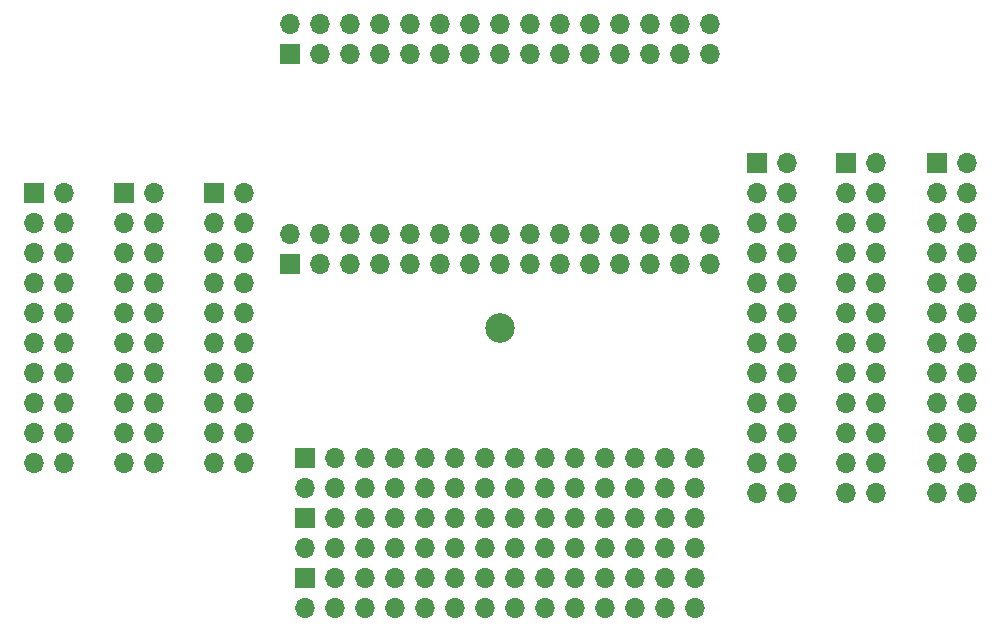
<source format=gbr>
%TF.GenerationSoftware,KiCad,Pcbnew,(5.1.9)-1*%
%TF.CreationDate,2022-02-04T12:49:55-05:00*%
%TF.ProjectId,Breadboard-Testbed,42726561-6462-46f6-9172-642d54657374,rev?*%
%TF.SameCoordinates,Original*%
%TF.FileFunction,Soldermask,Top*%
%TF.FilePolarity,Negative*%
%FSLAX46Y46*%
G04 Gerber Fmt 4.6, Leading zero omitted, Abs format (unit mm)*
G04 Created by KiCad (PCBNEW (5.1.9)-1) date 2022-02-04 12:49:55*
%MOMM*%
%LPD*%
G01*
G04 APERTURE LIST*
%ADD10C,2.500000*%
%ADD11R,1.700000X1.700000*%
%ADD12O,1.700000X1.700000*%
G04 APERTURE END LIST*
D10*
%TO.C,H1*%
X202500000Y-98000000D03*
%TD*%
D11*
%TO.C,J1*%
X163000000Y-86570000D03*
D12*
X165540000Y-86570000D03*
X163000000Y-89110000D03*
X165540000Y-89110000D03*
X163000000Y-91650000D03*
X165540000Y-91650000D03*
X163000000Y-94190000D03*
X165540000Y-94190000D03*
X163000000Y-96730000D03*
X165540000Y-96730000D03*
X163000000Y-99270000D03*
X165540000Y-99270000D03*
X163000000Y-101810000D03*
X165540000Y-101810000D03*
X163000000Y-104350000D03*
X165540000Y-104350000D03*
X163000000Y-106890000D03*
X165540000Y-106890000D03*
X163000000Y-109430000D03*
X165540000Y-109430000D03*
%TD*%
D11*
%TO.C,J2*%
X239500000Y-84030000D03*
D12*
X242040000Y-84030000D03*
X239500000Y-86570000D03*
X242040000Y-86570000D03*
X239500000Y-89110000D03*
X242040000Y-89110000D03*
X239500000Y-91650000D03*
X242040000Y-91650000D03*
X239500000Y-94190000D03*
X242040000Y-94190000D03*
X239500000Y-96730000D03*
X242040000Y-96730000D03*
X239500000Y-99270000D03*
X242040000Y-99270000D03*
X239500000Y-101810000D03*
X242040000Y-101810000D03*
X239500000Y-104350000D03*
X242040000Y-104350000D03*
X239500000Y-106890000D03*
X242040000Y-106890000D03*
X239500000Y-109430000D03*
X242040000Y-109430000D03*
X239500000Y-111970000D03*
X242040000Y-111970000D03*
%TD*%
%TO.C,J5*%
X173160000Y-109430000D03*
X170620000Y-109430000D03*
X173160000Y-106890000D03*
X170620000Y-106890000D03*
X173160000Y-104350000D03*
X170620000Y-104350000D03*
X173160000Y-101810000D03*
X170620000Y-101810000D03*
X173160000Y-99270000D03*
X170620000Y-99270000D03*
X173160000Y-96730000D03*
X170620000Y-96730000D03*
X173160000Y-94190000D03*
X170620000Y-94190000D03*
X173160000Y-91650000D03*
X170620000Y-91650000D03*
X173160000Y-89110000D03*
X170620000Y-89110000D03*
X173160000Y-86570000D03*
D11*
X170620000Y-86570000D03*
%TD*%
D12*
%TO.C,J7*%
X220280000Y-90040000D03*
X220280000Y-92580000D03*
X217740000Y-90040000D03*
X217740000Y-92580000D03*
X215200000Y-90040000D03*
X215200000Y-92580000D03*
X212660000Y-90040000D03*
X212660000Y-92580000D03*
X210120000Y-90040000D03*
X210120000Y-92580000D03*
X207580000Y-90040000D03*
X207580000Y-92580000D03*
X205040000Y-90040000D03*
X205040000Y-92580000D03*
X202500000Y-90040000D03*
X202500000Y-92580000D03*
X199960000Y-90040000D03*
X199960000Y-92580000D03*
X197420000Y-90040000D03*
X197420000Y-92580000D03*
X194880000Y-90040000D03*
X194880000Y-92580000D03*
X192340000Y-90040000D03*
X192340000Y-92580000D03*
X189800000Y-90040000D03*
X189800000Y-92580000D03*
X187260000Y-90040000D03*
X187260000Y-92580000D03*
X184720000Y-90040000D03*
D11*
X184720000Y-92580000D03*
%TD*%
%TO.C,J8*%
X178240000Y-86570000D03*
D12*
X180780000Y-86570000D03*
X178240000Y-89110000D03*
X180780000Y-89110000D03*
X178240000Y-91650000D03*
X180780000Y-91650000D03*
X178240000Y-94190000D03*
X180780000Y-94190000D03*
X178240000Y-96730000D03*
X180780000Y-96730000D03*
X178240000Y-99270000D03*
X180780000Y-99270000D03*
X178240000Y-101810000D03*
X180780000Y-101810000D03*
X178240000Y-104350000D03*
X180780000Y-104350000D03*
X178240000Y-106890000D03*
X180780000Y-106890000D03*
X178240000Y-109430000D03*
X180780000Y-109430000D03*
%TD*%
D11*
%TO.C,J9*%
X224260000Y-84030000D03*
D12*
X226800000Y-84030000D03*
X224260000Y-86570000D03*
X226800000Y-86570000D03*
X224260000Y-89110000D03*
X226800000Y-89110000D03*
X224260000Y-91650000D03*
X226800000Y-91650000D03*
X224260000Y-94190000D03*
X226800000Y-94190000D03*
X224260000Y-96730000D03*
X226800000Y-96730000D03*
X224260000Y-99270000D03*
X226800000Y-99270000D03*
X224260000Y-101810000D03*
X226800000Y-101810000D03*
X224260000Y-104350000D03*
X226800000Y-104350000D03*
X224260000Y-106890000D03*
X226800000Y-106890000D03*
X224260000Y-109430000D03*
X226800000Y-109430000D03*
X224260000Y-111970000D03*
X226800000Y-111970000D03*
%TD*%
%TO.C,J10*%
X220280000Y-72260000D03*
X220280000Y-74800000D03*
X217740000Y-72260000D03*
X217740000Y-74800000D03*
X215200000Y-72260000D03*
X215200000Y-74800000D03*
X212660000Y-72260000D03*
X212660000Y-74800000D03*
X210120000Y-72260000D03*
X210120000Y-74800000D03*
X207580000Y-72260000D03*
X207580000Y-74800000D03*
X205040000Y-72260000D03*
X205040000Y-74800000D03*
X202500000Y-72260000D03*
X202500000Y-74800000D03*
X199960000Y-72260000D03*
X199960000Y-74800000D03*
X197420000Y-72260000D03*
X197420000Y-74800000D03*
X194880000Y-72260000D03*
X194880000Y-74800000D03*
X192340000Y-72260000D03*
X192340000Y-74800000D03*
X189800000Y-72260000D03*
X189800000Y-74800000D03*
X187260000Y-72260000D03*
X187260000Y-74800000D03*
X184720000Y-72260000D03*
D11*
X184720000Y-74800000D03*
%TD*%
%TO.C,J12*%
X231800000Y-84030000D03*
D12*
X234340000Y-84030000D03*
X231800000Y-86570000D03*
X234340000Y-86570000D03*
X231800000Y-89110000D03*
X234340000Y-89110000D03*
X231800000Y-91650000D03*
X234340000Y-91650000D03*
X231800000Y-94190000D03*
X234340000Y-94190000D03*
X231800000Y-96730000D03*
X234340000Y-96730000D03*
X231800000Y-99270000D03*
X234340000Y-99270000D03*
X231800000Y-101810000D03*
X234340000Y-101810000D03*
X231800000Y-104350000D03*
X234340000Y-104350000D03*
X231800000Y-106890000D03*
X234340000Y-106890000D03*
X231800000Y-109430000D03*
X234340000Y-109430000D03*
X231800000Y-111970000D03*
X234340000Y-111970000D03*
%TD*%
D11*
%TO.C,J3*%
X185990000Y-108955000D03*
D12*
X185990000Y-111495000D03*
X188530000Y-108955000D03*
X188530000Y-111495000D03*
X191070000Y-108955000D03*
X191070000Y-111495000D03*
X193610000Y-108955000D03*
X193610000Y-111495000D03*
X196150000Y-108955000D03*
X196150000Y-111495000D03*
X198690000Y-108955000D03*
X198690000Y-111495000D03*
X201230000Y-108955000D03*
X201230000Y-111495000D03*
X203770000Y-108955000D03*
X203770000Y-111495000D03*
X206310000Y-108955000D03*
X206310000Y-111495000D03*
X208850000Y-108955000D03*
X208850000Y-111495000D03*
X211390000Y-108955000D03*
X211390000Y-111495000D03*
X213930000Y-108955000D03*
X213930000Y-111495000D03*
X216470000Y-108955000D03*
X216470000Y-111495000D03*
X219010000Y-108955000D03*
X219010000Y-111495000D03*
%TD*%
%TO.C,J4*%
X219010000Y-116575000D03*
X219010000Y-114035000D03*
X216470000Y-116575000D03*
X216470000Y-114035000D03*
X213930000Y-116575000D03*
X213930000Y-114035000D03*
X211390000Y-116575000D03*
X211390000Y-114035000D03*
X208850000Y-116575000D03*
X208850000Y-114035000D03*
X206310000Y-116575000D03*
X206310000Y-114035000D03*
X203770000Y-116575000D03*
X203770000Y-114035000D03*
X201230000Y-116575000D03*
X201230000Y-114035000D03*
X198690000Y-116575000D03*
X198690000Y-114035000D03*
X196150000Y-116575000D03*
X196150000Y-114035000D03*
X193610000Y-116575000D03*
X193610000Y-114035000D03*
X191070000Y-116575000D03*
X191070000Y-114035000D03*
X188530000Y-116575000D03*
X188530000Y-114035000D03*
X185990000Y-116575000D03*
D11*
X185990000Y-114035000D03*
%TD*%
%TO.C,J6*%
X185990000Y-119115000D03*
D12*
X185990000Y-121655000D03*
X188530000Y-119115000D03*
X188530000Y-121655000D03*
X191070000Y-119115000D03*
X191070000Y-121655000D03*
X193610000Y-119115000D03*
X193610000Y-121655000D03*
X196150000Y-119115000D03*
X196150000Y-121655000D03*
X198690000Y-119115000D03*
X198690000Y-121655000D03*
X201230000Y-119115000D03*
X201230000Y-121655000D03*
X203770000Y-119115000D03*
X203770000Y-121655000D03*
X206310000Y-119115000D03*
X206310000Y-121655000D03*
X208850000Y-119115000D03*
X208850000Y-121655000D03*
X211390000Y-119115000D03*
X211390000Y-121655000D03*
X213930000Y-119115000D03*
X213930000Y-121655000D03*
X216470000Y-119115000D03*
X216470000Y-121655000D03*
X219010000Y-119115000D03*
X219010000Y-121655000D03*
%TD*%
M02*

</source>
